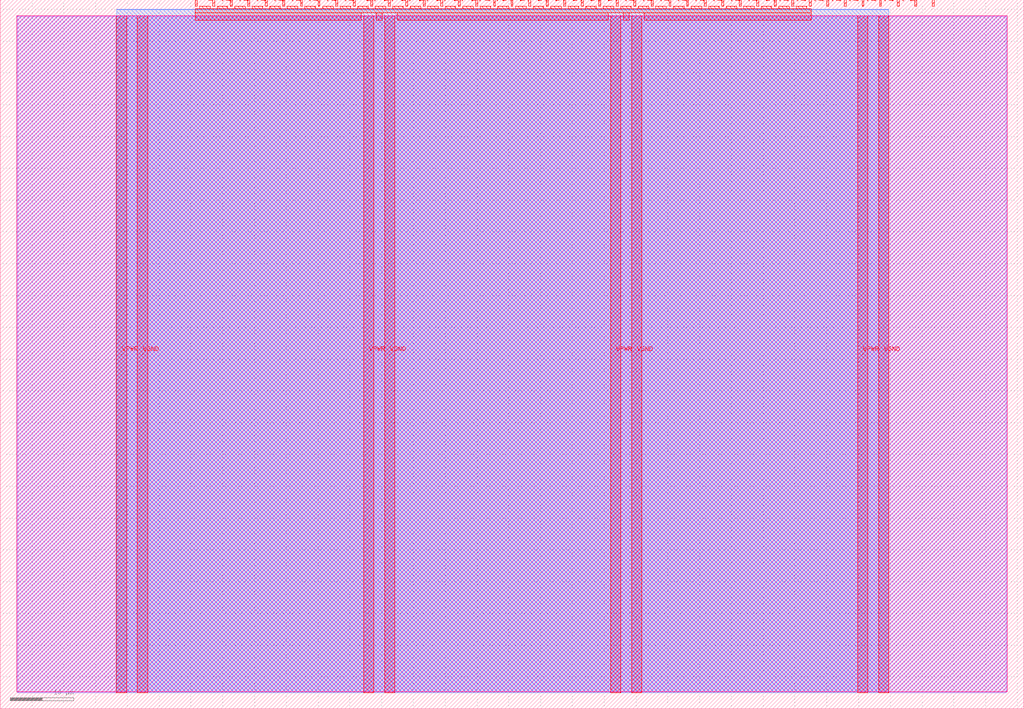
<source format=lef>
VERSION 5.7 ;
  NOWIREEXTENSIONATPIN ON ;
  DIVIDERCHAR "/" ;
  BUSBITCHARS "[]" ;
MACRO tt_um_wokwi_413918279810604033
  CLASS BLOCK ;
  FOREIGN tt_um_wokwi_413918279810604033 ;
  ORIGIN 0.000 0.000 ;
  SIZE 161.000 BY 111.520 ;
  PIN VGND
    DIRECTION INOUT ;
    USE GROUND ;
    PORT
      LAYER met4 ;
        RECT 21.580 2.480 23.180 109.040 ;
    END
    PORT
      LAYER met4 ;
        RECT 60.450 2.480 62.050 109.040 ;
    END
    PORT
      LAYER met4 ;
        RECT 99.320 2.480 100.920 109.040 ;
    END
    PORT
      LAYER met4 ;
        RECT 138.190 2.480 139.790 109.040 ;
    END
  END VGND
  PIN VPWR
    DIRECTION INOUT ;
    USE POWER ;
    PORT
      LAYER met4 ;
        RECT 18.280 2.480 19.880 109.040 ;
    END
    PORT
      LAYER met4 ;
        RECT 57.150 2.480 58.750 109.040 ;
    END
    PORT
      LAYER met4 ;
        RECT 96.020 2.480 97.620 109.040 ;
    END
    PORT
      LAYER met4 ;
        RECT 134.890 2.480 136.490 109.040 ;
    END
  END VPWR
  PIN clk
    DIRECTION INPUT ;
    USE SIGNAL ;
    PORT
      LAYER met4 ;
        RECT 143.830 110.520 144.130 111.520 ;
    END
  END clk
  PIN ena
    DIRECTION INPUT ;
    USE SIGNAL ;
    PORT
      LAYER met4 ;
        RECT 146.590 110.520 146.890 111.520 ;
    END
  END ena
  PIN rst_n
    DIRECTION INPUT ;
    USE SIGNAL ;
    PORT
      LAYER met4 ;
        RECT 141.070 110.520 141.370 111.520 ;
    END
  END rst_n
  PIN ui_in[0]
    DIRECTION INPUT ;
    USE SIGNAL ;
    PORT
      LAYER met4 ;
        RECT 138.310 110.520 138.610 111.520 ;
    END
  END ui_in[0]
  PIN ui_in[1]
    DIRECTION INPUT ;
    USE SIGNAL ;
    PORT
      LAYER met4 ;
        RECT 135.550 110.520 135.850 111.520 ;
    END
  END ui_in[1]
  PIN ui_in[2]
    DIRECTION INPUT ;
    USE SIGNAL ;
    PORT
      LAYER met4 ;
        RECT 132.790 110.520 133.090 111.520 ;
    END
  END ui_in[2]
  PIN ui_in[3]
    DIRECTION INPUT ;
    USE SIGNAL ;
    PORT
      LAYER met4 ;
        RECT 130.030 110.520 130.330 111.520 ;
    END
  END ui_in[3]
  PIN ui_in[4]
    DIRECTION INPUT ;
    USE SIGNAL ;
    ANTENNAGATEAREA 0.196500 ;
    PORT
      LAYER met4 ;
        RECT 127.270 110.520 127.570 111.520 ;
    END
  END ui_in[4]
  PIN ui_in[5]
    DIRECTION INPUT ;
    USE SIGNAL ;
    PORT
      LAYER met4 ;
        RECT 124.510 110.520 124.810 111.520 ;
    END
  END ui_in[5]
  PIN ui_in[6]
    DIRECTION INPUT ;
    USE SIGNAL ;
    ANTENNAGATEAREA 0.196500 ;
    PORT
      LAYER met4 ;
        RECT 121.750 110.520 122.050 111.520 ;
    END
  END ui_in[6]
  PIN ui_in[7]
    DIRECTION INPUT ;
    USE SIGNAL ;
    ANTENNAGATEAREA 0.196500 ;
    PORT
      LAYER met4 ;
        RECT 118.990 110.520 119.290 111.520 ;
    END
  END ui_in[7]
  PIN uio_in[0]
    DIRECTION INPUT ;
    USE SIGNAL ;
    PORT
      LAYER met4 ;
        RECT 116.230 110.520 116.530 111.520 ;
    END
  END uio_in[0]
  PIN uio_in[1]
    DIRECTION INPUT ;
    USE SIGNAL ;
    PORT
      LAYER met4 ;
        RECT 113.470 110.520 113.770 111.520 ;
    END
  END uio_in[1]
  PIN uio_in[2]
    DIRECTION INPUT ;
    USE SIGNAL ;
    PORT
      LAYER met4 ;
        RECT 110.710 110.520 111.010 111.520 ;
    END
  END uio_in[2]
  PIN uio_in[3]
    DIRECTION INPUT ;
    USE SIGNAL ;
    PORT
      LAYER met4 ;
        RECT 107.950 110.520 108.250 111.520 ;
    END
  END uio_in[3]
  PIN uio_in[4]
    DIRECTION INPUT ;
    USE SIGNAL ;
    PORT
      LAYER met4 ;
        RECT 105.190 110.520 105.490 111.520 ;
    END
  END uio_in[4]
  PIN uio_in[5]
    DIRECTION INPUT ;
    USE SIGNAL ;
    PORT
      LAYER met4 ;
        RECT 102.430 110.520 102.730 111.520 ;
    END
  END uio_in[5]
  PIN uio_in[6]
    DIRECTION INPUT ;
    USE SIGNAL ;
    PORT
      LAYER met4 ;
        RECT 99.670 110.520 99.970 111.520 ;
    END
  END uio_in[6]
  PIN uio_in[7]
    DIRECTION INPUT ;
    USE SIGNAL ;
    PORT
      LAYER met4 ;
        RECT 96.910 110.520 97.210 111.520 ;
    END
  END uio_in[7]
  PIN uio_oe[0]
    DIRECTION OUTPUT ;
    USE SIGNAL ;
    PORT
      LAYER met4 ;
        RECT 49.990 110.520 50.290 111.520 ;
    END
  END uio_oe[0]
  PIN uio_oe[1]
    DIRECTION OUTPUT ;
    USE SIGNAL ;
    PORT
      LAYER met4 ;
        RECT 47.230 110.520 47.530 111.520 ;
    END
  END uio_oe[1]
  PIN uio_oe[2]
    DIRECTION OUTPUT ;
    USE SIGNAL ;
    PORT
      LAYER met4 ;
        RECT 44.470 110.520 44.770 111.520 ;
    END
  END uio_oe[2]
  PIN uio_oe[3]
    DIRECTION OUTPUT ;
    USE SIGNAL ;
    PORT
      LAYER met4 ;
        RECT 41.710 110.520 42.010 111.520 ;
    END
  END uio_oe[3]
  PIN uio_oe[4]
    DIRECTION OUTPUT ;
    USE SIGNAL ;
    PORT
      LAYER met4 ;
        RECT 38.950 110.520 39.250 111.520 ;
    END
  END uio_oe[4]
  PIN uio_oe[5]
    DIRECTION OUTPUT ;
    USE SIGNAL ;
    PORT
      LAYER met4 ;
        RECT 36.190 110.520 36.490 111.520 ;
    END
  END uio_oe[5]
  PIN uio_oe[6]
    DIRECTION OUTPUT ;
    USE SIGNAL ;
    PORT
      LAYER met4 ;
        RECT 33.430 110.520 33.730 111.520 ;
    END
  END uio_oe[6]
  PIN uio_oe[7]
    DIRECTION OUTPUT ;
    USE SIGNAL ;
    PORT
      LAYER met4 ;
        RECT 30.670 110.520 30.970 111.520 ;
    END
  END uio_oe[7]
  PIN uio_out[0]
    DIRECTION OUTPUT ;
    USE SIGNAL ;
    PORT
      LAYER met4 ;
        RECT 72.070 110.520 72.370 111.520 ;
    END
  END uio_out[0]
  PIN uio_out[1]
    DIRECTION OUTPUT ;
    USE SIGNAL ;
    PORT
      LAYER met4 ;
        RECT 69.310 110.520 69.610 111.520 ;
    END
  END uio_out[1]
  PIN uio_out[2]
    DIRECTION OUTPUT ;
    USE SIGNAL ;
    PORT
      LAYER met4 ;
        RECT 66.550 110.520 66.850 111.520 ;
    END
  END uio_out[2]
  PIN uio_out[3]
    DIRECTION OUTPUT ;
    USE SIGNAL ;
    PORT
      LAYER met4 ;
        RECT 63.790 110.520 64.090 111.520 ;
    END
  END uio_out[3]
  PIN uio_out[4]
    DIRECTION OUTPUT ;
    USE SIGNAL ;
    PORT
      LAYER met4 ;
        RECT 61.030 110.520 61.330 111.520 ;
    END
  END uio_out[4]
  PIN uio_out[5]
    DIRECTION OUTPUT ;
    USE SIGNAL ;
    PORT
      LAYER met4 ;
        RECT 58.270 110.520 58.570 111.520 ;
    END
  END uio_out[5]
  PIN uio_out[6]
    DIRECTION OUTPUT ;
    USE SIGNAL ;
    PORT
      LAYER met4 ;
        RECT 55.510 110.520 55.810 111.520 ;
    END
  END uio_out[6]
  PIN uio_out[7]
    DIRECTION OUTPUT ;
    USE SIGNAL ;
    PORT
      LAYER met4 ;
        RECT 52.750 110.520 53.050 111.520 ;
    END
  END uio_out[7]
  PIN uo_out[0]
    DIRECTION OUTPUT ;
    USE SIGNAL ;
    ANTENNADIFFAREA 0.445500 ;
    PORT
      LAYER met4 ;
        RECT 94.150 110.520 94.450 111.520 ;
    END
  END uo_out[0]
  PIN uo_out[1]
    DIRECTION OUTPUT ;
    USE SIGNAL ;
    ANTENNADIFFAREA 0.445500 ;
    PORT
      LAYER met4 ;
        RECT 91.390 110.520 91.690 111.520 ;
    END
  END uo_out[1]
  PIN uo_out[2]
    DIRECTION OUTPUT ;
    USE SIGNAL ;
    ANTENNADIFFAREA 0.445500 ;
    PORT
      LAYER met4 ;
        RECT 88.630 110.520 88.930 111.520 ;
    END
  END uo_out[2]
  PIN uo_out[3]
    DIRECTION OUTPUT ;
    USE SIGNAL ;
    ANTENNADIFFAREA 0.445500 ;
    PORT
      LAYER met4 ;
        RECT 85.870 110.520 86.170 111.520 ;
    END
  END uo_out[3]
  PIN uo_out[4]
    DIRECTION OUTPUT ;
    USE SIGNAL ;
    ANTENNADIFFAREA 0.445500 ;
    PORT
      LAYER met4 ;
        RECT 83.110 110.520 83.410 111.520 ;
    END
  END uo_out[4]
  PIN uo_out[5]
    DIRECTION OUTPUT ;
    USE SIGNAL ;
    ANTENNADIFFAREA 0.445500 ;
    PORT
      LAYER met4 ;
        RECT 80.350 110.520 80.650 111.520 ;
    END
  END uo_out[5]
  PIN uo_out[6]
    DIRECTION OUTPUT ;
    USE SIGNAL ;
    ANTENNADIFFAREA 0.445500 ;
    PORT
      LAYER met4 ;
        RECT 77.590 110.520 77.890 111.520 ;
    END
  END uo_out[6]
  PIN uo_out[7]
    DIRECTION OUTPUT ;
    USE SIGNAL ;
    ANTENNADIFFAREA 0.445500 ;
    PORT
      LAYER met4 ;
        RECT 74.830 110.520 75.130 111.520 ;
    END
  END uo_out[7]
  OBS
      LAYER nwell ;
        RECT 2.570 2.635 158.430 108.990 ;
      LAYER li1 ;
        RECT 2.760 2.635 158.240 108.885 ;
      LAYER met1 ;
        RECT 2.760 2.480 158.240 109.040 ;
      LAYER met2 ;
        RECT 18.310 2.535 139.760 110.005 ;
      LAYER met3 ;
        RECT 18.290 2.555 139.780 109.985 ;
      LAYER met4 ;
        RECT 31.370 110.120 33.030 110.520 ;
        RECT 34.130 110.120 35.790 110.520 ;
        RECT 36.890 110.120 38.550 110.520 ;
        RECT 39.650 110.120 41.310 110.520 ;
        RECT 42.410 110.120 44.070 110.520 ;
        RECT 45.170 110.120 46.830 110.520 ;
        RECT 47.930 110.120 49.590 110.520 ;
        RECT 50.690 110.120 52.350 110.520 ;
        RECT 53.450 110.120 55.110 110.520 ;
        RECT 56.210 110.120 57.870 110.520 ;
        RECT 58.970 110.120 60.630 110.520 ;
        RECT 61.730 110.120 63.390 110.520 ;
        RECT 64.490 110.120 66.150 110.520 ;
        RECT 67.250 110.120 68.910 110.520 ;
        RECT 70.010 110.120 71.670 110.520 ;
        RECT 72.770 110.120 74.430 110.520 ;
        RECT 75.530 110.120 77.190 110.520 ;
        RECT 78.290 110.120 79.950 110.520 ;
        RECT 81.050 110.120 82.710 110.520 ;
        RECT 83.810 110.120 85.470 110.520 ;
        RECT 86.570 110.120 88.230 110.520 ;
        RECT 89.330 110.120 90.990 110.520 ;
        RECT 92.090 110.120 93.750 110.520 ;
        RECT 94.850 110.120 96.510 110.520 ;
        RECT 97.610 110.120 99.270 110.520 ;
        RECT 100.370 110.120 102.030 110.520 ;
        RECT 103.130 110.120 104.790 110.520 ;
        RECT 105.890 110.120 107.550 110.520 ;
        RECT 108.650 110.120 110.310 110.520 ;
        RECT 111.410 110.120 113.070 110.520 ;
        RECT 114.170 110.120 115.830 110.520 ;
        RECT 116.930 110.120 118.590 110.520 ;
        RECT 119.690 110.120 121.350 110.520 ;
        RECT 122.450 110.120 124.110 110.520 ;
        RECT 125.210 110.120 126.870 110.520 ;
        RECT 30.655 109.440 127.585 110.120 ;
        RECT 30.655 108.295 56.750 109.440 ;
        RECT 59.150 108.295 60.050 109.440 ;
        RECT 62.450 108.295 95.620 109.440 ;
        RECT 98.020 108.295 98.920 109.440 ;
        RECT 101.320 108.295 127.585 109.440 ;
  END
END tt_um_wokwi_413918279810604033
END LIBRARY


</source>
